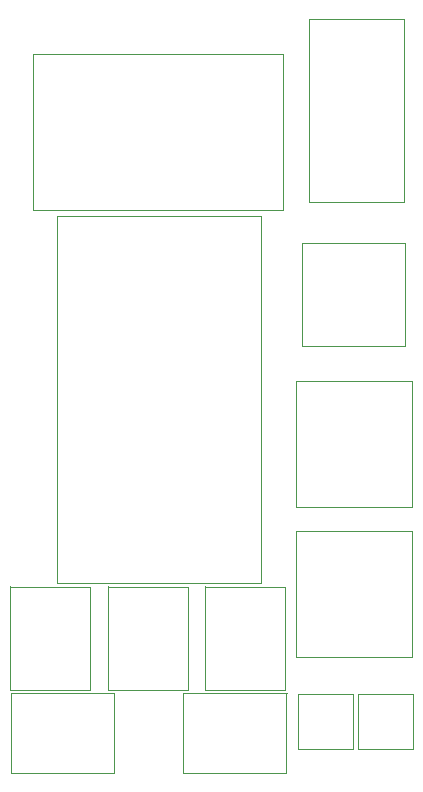
<source format=gbr>
G04 #@! TF.FileFunction,Other,User*
%FSLAX46Y46*%
G04 Gerber Fmt 4.6, Leading zero omitted, Abs format (unit mm)*
G04 Created by KiCad (PCBNEW 4.0.7) date 02/06/18 12:48:21*
%MOMM*%
%LPD*%
G01*
G04 APERTURE LIST*
%ADD10C,0.100000*%
%ADD11C,0.050000*%
G04 APERTURE END LIST*
D10*
D11*
X171120000Y-135445000D02*
X171120000Y-140145000D01*
X171120000Y-140145000D02*
X175820000Y-140145000D01*
X175820000Y-140145000D02*
X175820000Y-135445000D01*
X175820000Y-135445000D02*
X171120000Y-135445000D01*
X166040000Y-135445000D02*
X166040000Y-140145000D01*
X166040000Y-140145000D02*
X170740000Y-140145000D01*
X170740000Y-140145000D02*
X170740000Y-135445000D01*
X170740000Y-135445000D02*
X166040000Y-135445000D01*
X166445000Y-97250000D02*
X166445000Y-105950000D01*
X166445000Y-105950000D02*
X175145000Y-105950000D01*
X175145000Y-105950000D02*
X175145000Y-97250000D01*
X175145000Y-97250000D02*
X166445000Y-97250000D01*
X166975000Y-93805000D02*
X175075000Y-93805000D01*
X166975000Y-78305000D02*
X166975000Y-93805000D01*
X175075000Y-78305000D02*
X175075000Y-93805000D01*
X166975000Y-78305000D02*
X175075000Y-78305000D01*
X145635000Y-94970000D02*
X145635000Y-126020000D01*
X145635000Y-126020000D02*
X162985000Y-126020000D01*
X162985000Y-126020000D02*
X162985000Y-94970000D01*
X162985000Y-94970000D02*
X145635000Y-94970000D01*
X165905000Y-121640000D02*
X165905000Y-132340000D01*
X165905000Y-132340000D02*
X175705000Y-132340000D01*
X175705000Y-132340000D02*
X175705000Y-121640000D01*
X175705000Y-121640000D02*
X165905000Y-121640000D01*
X165905000Y-108940000D02*
X165905000Y-119640000D01*
X165905000Y-119640000D02*
X175705000Y-119640000D01*
X175705000Y-119640000D02*
X175705000Y-108940000D01*
X175705000Y-108940000D02*
X165905000Y-108940000D01*
X164816000Y-94458600D02*
X164816000Y-81258600D01*
X164816000Y-81258600D02*
X143616000Y-81258600D01*
X143616000Y-81258600D02*
X143616000Y-94458600D01*
X143616000Y-94458600D02*
X164816000Y-94458600D01*
X141725000Y-126335000D02*
X141725000Y-135085000D01*
X148475000Y-126385000D02*
X141775000Y-126385000D01*
X148475000Y-135085000D02*
X148475000Y-126385000D01*
X141725000Y-135085000D02*
X148475000Y-135085000D01*
X149980000Y-126335000D02*
X149980000Y-135085000D01*
X156730000Y-126385000D02*
X150030000Y-126385000D01*
X156730000Y-135085000D02*
X156730000Y-126385000D01*
X149980000Y-135085000D02*
X156730000Y-135085000D01*
X158235000Y-126335000D02*
X158235000Y-135085000D01*
X164985000Y-126385000D02*
X158285000Y-126385000D01*
X164985000Y-135085000D02*
X164985000Y-126385000D01*
X158235000Y-135085000D02*
X164985000Y-135085000D01*
X150525000Y-135375000D02*
X141775000Y-135375000D01*
X150475000Y-142125000D02*
X150475000Y-135425000D01*
X141775000Y-142125000D02*
X150475000Y-142125000D01*
X141775000Y-135375000D02*
X141775000Y-142125000D01*
X165130000Y-135375000D02*
X156380000Y-135375000D01*
X165080000Y-142125000D02*
X165080000Y-135425000D01*
X156380000Y-142125000D02*
X165080000Y-142125000D01*
X156380000Y-135375000D02*
X156380000Y-142125000D01*
M02*

</source>
